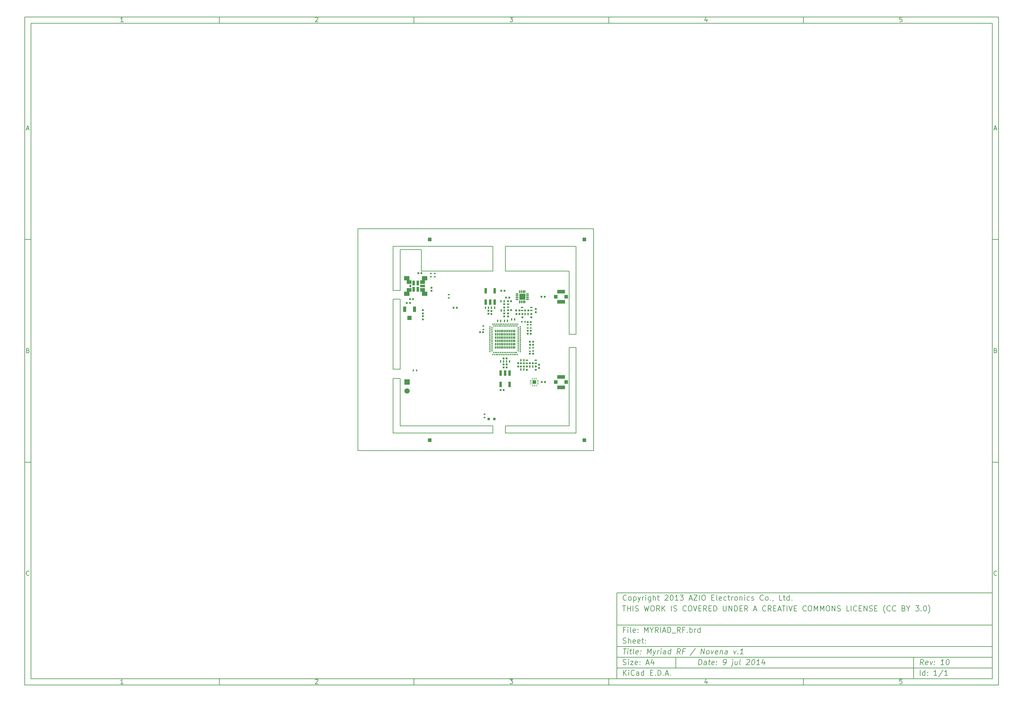
<source format=gtp>
G04 (created by PCBNEW (2013-07-07 BZR 4022)-stable) date 09/07/2014 14:33:10*
%MOIN*%
G04 Gerber Fmt 3.4, Leading zero omitted, Abs format*
%FSLAX34Y34*%
G01*
G70*
G90*
G04 APERTURE LIST*
%ADD10C,0.00590551*%
%ADD11C,0.0077*%
%ADD12R,0.0392X0.0392*%
%ADD13R,0.0195X0.0175*%
%ADD14R,0.0175X0.0195*%
%ADD15R,0.014X0.0259*%
%ADD16R,0.0259X0.014*%
%ADD17R,0.0195X0.0195*%
%ADD18R,0.0299X0.0649*%
%ADD19R,0.00984252X0.0216535*%
%ADD20R,0.0216535X0.00984252*%
%ADD21R,0.0433071X0.0433071*%
%ADD22R,0.0117X0.0275*%
%ADD23R,0.0117X0.0117*%
%ADD24R,0.0117X0.0177*%
%ADD25R,0.0177X0.0117*%
%ADD26R,0.0511811X0.0511811*%
%ADD27R,0.0354331X0.0629921*%
%ADD28R,0.0597X0.0597*%
%ADD29C,0.0597*%
%ADD30R,0.0591X0.0472*%
%ADD31R,0.0275591X0.0531496*%
%ADD32R,0.0531496X0.0393701*%
%ADD33R,0.023622X0.0275591*%
%ADD34R,0.0531496X0.0275591*%
%ADD35R,0.0314X0.0314*%
%ADD36R,0.0669X0.0669*%
%ADD37O,0.0335X0.0117*%
%ADD38O,0.0335X0.0122*%
%ADD39O,0.0335X0.0118*%
%ADD40O,0.0118X0.0335*%
%ADD41R,0.0118X0.0335*%
%ADD42O,0.0122X0.0335*%
%ADD43R,0.0393701X0.0393701*%
%ADD44R,0.0866142X0.0413386*%
G04 APERTURE END LIST*
G54D10*
X4000Y-4000D02*
X112930Y-4000D01*
X112930Y-78680D01*
X4000Y-78680D01*
X4000Y-4000D01*
X4700Y-4700D02*
X112230Y-4700D01*
X112230Y-77980D01*
X4700Y-77980D01*
X4700Y-4700D01*
X25780Y-4000D02*
X25780Y-4700D01*
X15032Y-4552D02*
X14747Y-4552D01*
X14890Y-4552D02*
X14890Y-4052D01*
X14842Y-4123D01*
X14794Y-4171D01*
X14747Y-4195D01*
X25780Y-78680D02*
X25780Y-77980D01*
X15032Y-78532D02*
X14747Y-78532D01*
X14890Y-78532D02*
X14890Y-78032D01*
X14842Y-78103D01*
X14794Y-78151D01*
X14747Y-78175D01*
X47560Y-4000D02*
X47560Y-4700D01*
X36527Y-4100D02*
X36550Y-4076D01*
X36598Y-4052D01*
X36717Y-4052D01*
X36765Y-4076D01*
X36789Y-4100D01*
X36812Y-4147D01*
X36812Y-4195D01*
X36789Y-4266D01*
X36503Y-4552D01*
X36812Y-4552D01*
X47560Y-78680D02*
X47560Y-77980D01*
X36527Y-78080D02*
X36550Y-78056D01*
X36598Y-78032D01*
X36717Y-78032D01*
X36765Y-78056D01*
X36789Y-78080D01*
X36812Y-78127D01*
X36812Y-78175D01*
X36789Y-78246D01*
X36503Y-78532D01*
X36812Y-78532D01*
X69340Y-4000D02*
X69340Y-4700D01*
X58283Y-4052D02*
X58592Y-4052D01*
X58426Y-4242D01*
X58497Y-4242D01*
X58545Y-4266D01*
X58569Y-4290D01*
X58592Y-4338D01*
X58592Y-4457D01*
X58569Y-4504D01*
X58545Y-4528D01*
X58497Y-4552D01*
X58354Y-4552D01*
X58307Y-4528D01*
X58283Y-4504D01*
X69340Y-78680D02*
X69340Y-77980D01*
X58283Y-78032D02*
X58592Y-78032D01*
X58426Y-78222D01*
X58497Y-78222D01*
X58545Y-78246D01*
X58569Y-78270D01*
X58592Y-78318D01*
X58592Y-78437D01*
X58569Y-78484D01*
X58545Y-78508D01*
X58497Y-78532D01*
X58354Y-78532D01*
X58307Y-78508D01*
X58283Y-78484D01*
X91120Y-4000D02*
X91120Y-4700D01*
X80325Y-4219D02*
X80325Y-4552D01*
X80206Y-4028D02*
X80087Y-4385D01*
X80396Y-4385D01*
X91120Y-78680D02*
X91120Y-77980D01*
X80325Y-78199D02*
X80325Y-78532D01*
X80206Y-78008D02*
X80087Y-78365D01*
X80396Y-78365D01*
X102129Y-4052D02*
X101890Y-4052D01*
X101867Y-4290D01*
X101890Y-4266D01*
X101938Y-4242D01*
X102057Y-4242D01*
X102105Y-4266D01*
X102129Y-4290D01*
X102152Y-4338D01*
X102152Y-4457D01*
X102129Y-4504D01*
X102105Y-4528D01*
X102057Y-4552D01*
X101938Y-4552D01*
X101890Y-4528D01*
X101867Y-4504D01*
X102129Y-78032D02*
X101890Y-78032D01*
X101867Y-78270D01*
X101890Y-78246D01*
X101938Y-78222D01*
X102057Y-78222D01*
X102105Y-78246D01*
X102129Y-78270D01*
X102152Y-78318D01*
X102152Y-78437D01*
X102129Y-78484D01*
X102105Y-78508D01*
X102057Y-78532D01*
X101938Y-78532D01*
X101890Y-78508D01*
X101867Y-78484D01*
X4000Y-28890D02*
X4700Y-28890D01*
X4230Y-16509D02*
X4469Y-16509D01*
X4183Y-16652D02*
X4350Y-16152D01*
X4516Y-16652D01*
X112930Y-28890D02*
X112230Y-28890D01*
X112460Y-16509D02*
X112699Y-16509D01*
X112413Y-16652D02*
X112580Y-16152D01*
X112746Y-16652D01*
X4000Y-53780D02*
X4700Y-53780D01*
X4385Y-41280D02*
X4457Y-41304D01*
X4480Y-41328D01*
X4504Y-41375D01*
X4504Y-41447D01*
X4480Y-41494D01*
X4457Y-41518D01*
X4409Y-41542D01*
X4219Y-41542D01*
X4219Y-41042D01*
X4385Y-41042D01*
X4433Y-41066D01*
X4457Y-41090D01*
X4480Y-41137D01*
X4480Y-41185D01*
X4457Y-41232D01*
X4433Y-41256D01*
X4385Y-41280D01*
X4219Y-41280D01*
X112930Y-53780D02*
X112230Y-53780D01*
X112615Y-41280D02*
X112687Y-41304D01*
X112710Y-41328D01*
X112734Y-41375D01*
X112734Y-41447D01*
X112710Y-41494D01*
X112687Y-41518D01*
X112639Y-41542D01*
X112449Y-41542D01*
X112449Y-41042D01*
X112615Y-41042D01*
X112663Y-41066D01*
X112687Y-41090D01*
X112710Y-41137D01*
X112710Y-41185D01*
X112687Y-41232D01*
X112663Y-41256D01*
X112615Y-41280D01*
X112449Y-41280D01*
X4504Y-66384D02*
X4480Y-66408D01*
X4409Y-66432D01*
X4361Y-66432D01*
X4290Y-66408D01*
X4242Y-66360D01*
X4219Y-66313D01*
X4195Y-66218D01*
X4195Y-66146D01*
X4219Y-66051D01*
X4242Y-66003D01*
X4290Y-65956D01*
X4361Y-65932D01*
X4409Y-65932D01*
X4480Y-65956D01*
X4504Y-65980D01*
X112734Y-66384D02*
X112710Y-66408D01*
X112639Y-66432D01*
X112591Y-66432D01*
X112520Y-66408D01*
X112472Y-66360D01*
X112449Y-66313D01*
X112425Y-66218D01*
X112425Y-66146D01*
X112449Y-66051D01*
X112472Y-66003D01*
X112520Y-65956D01*
X112591Y-65932D01*
X112639Y-65932D01*
X112710Y-65956D01*
X112734Y-65980D01*
X79380Y-76422D02*
X79455Y-75822D01*
X79597Y-75822D01*
X79680Y-75851D01*
X79730Y-75908D01*
X79751Y-75965D01*
X79765Y-76080D01*
X79755Y-76165D01*
X79712Y-76280D01*
X79676Y-76337D01*
X79612Y-76394D01*
X79522Y-76422D01*
X79380Y-76422D01*
X80237Y-76422D02*
X80276Y-76108D01*
X80255Y-76051D01*
X80201Y-76022D01*
X80087Y-76022D01*
X80026Y-76051D01*
X80240Y-76394D02*
X80180Y-76422D01*
X80037Y-76422D01*
X79983Y-76394D01*
X79962Y-76337D01*
X79969Y-76280D01*
X80005Y-76222D01*
X80065Y-76194D01*
X80208Y-76194D01*
X80269Y-76165D01*
X80487Y-76022D02*
X80715Y-76022D01*
X80597Y-75822D02*
X80533Y-76337D01*
X80555Y-76394D01*
X80608Y-76422D01*
X80665Y-76422D01*
X81097Y-76394D02*
X81037Y-76422D01*
X80922Y-76422D01*
X80869Y-76394D01*
X80847Y-76337D01*
X80876Y-76108D01*
X80912Y-76051D01*
X80972Y-76022D01*
X81087Y-76022D01*
X81140Y-76051D01*
X81162Y-76108D01*
X81155Y-76165D01*
X80862Y-76222D01*
X81387Y-76365D02*
X81412Y-76394D01*
X81380Y-76422D01*
X81355Y-76394D01*
X81387Y-76365D01*
X81380Y-76422D01*
X81426Y-76051D02*
X81451Y-76080D01*
X81419Y-76108D01*
X81394Y-76080D01*
X81426Y-76051D01*
X81419Y-76108D01*
X82151Y-76422D02*
X82265Y-76422D01*
X82326Y-76394D01*
X82358Y-76365D01*
X82426Y-76280D01*
X82469Y-76165D01*
X82497Y-75937D01*
X82476Y-75880D01*
X82451Y-75851D01*
X82397Y-75822D01*
X82283Y-75822D01*
X82222Y-75851D01*
X82190Y-75880D01*
X82155Y-75937D01*
X82137Y-76080D01*
X82158Y-76137D01*
X82183Y-76165D01*
X82237Y-76194D01*
X82351Y-76194D01*
X82412Y-76165D01*
X82444Y-76137D01*
X82480Y-76080D01*
X83201Y-76022D02*
X83137Y-76537D01*
X83101Y-76594D01*
X83040Y-76622D01*
X83012Y-76622D01*
X83226Y-75822D02*
X83194Y-75851D01*
X83219Y-75880D01*
X83251Y-75851D01*
X83226Y-75822D01*
X83219Y-75880D01*
X83744Y-76022D02*
X83694Y-76422D01*
X83487Y-76022D02*
X83447Y-76337D01*
X83469Y-76394D01*
X83522Y-76422D01*
X83608Y-76422D01*
X83669Y-76394D01*
X83701Y-76365D01*
X84065Y-76422D02*
X84012Y-76394D01*
X83990Y-76337D01*
X84055Y-75822D01*
X84790Y-75880D02*
X84822Y-75851D01*
X84883Y-75822D01*
X85026Y-75822D01*
X85080Y-75851D01*
X85105Y-75880D01*
X85126Y-75937D01*
X85119Y-75994D01*
X85080Y-76080D01*
X84694Y-76422D01*
X85065Y-76422D01*
X85512Y-75822D02*
X85569Y-75822D01*
X85622Y-75851D01*
X85647Y-75880D01*
X85669Y-75937D01*
X85683Y-76051D01*
X85665Y-76194D01*
X85622Y-76308D01*
X85587Y-76365D01*
X85555Y-76394D01*
X85494Y-76422D01*
X85437Y-76422D01*
X85383Y-76394D01*
X85358Y-76365D01*
X85337Y-76308D01*
X85322Y-76194D01*
X85340Y-76051D01*
X85383Y-75937D01*
X85419Y-75880D01*
X85451Y-75851D01*
X85512Y-75822D01*
X86208Y-76422D02*
X85865Y-76422D01*
X86037Y-76422D02*
X86112Y-75822D01*
X86044Y-75908D01*
X85980Y-75965D01*
X85919Y-75994D01*
X86772Y-76022D02*
X86722Y-76422D01*
X86658Y-75794D02*
X86462Y-76222D01*
X86833Y-76222D01*
X70972Y-77622D02*
X70972Y-77022D01*
X71315Y-77622D02*
X71058Y-77280D01*
X71315Y-77022D02*
X70972Y-77365D01*
X71572Y-77622D02*
X71572Y-77222D01*
X71572Y-77022D02*
X71544Y-77051D01*
X71572Y-77080D01*
X71601Y-77051D01*
X71572Y-77022D01*
X71572Y-77080D01*
X72201Y-77565D02*
X72172Y-77594D01*
X72087Y-77622D01*
X72030Y-77622D01*
X71944Y-77594D01*
X71887Y-77537D01*
X71858Y-77480D01*
X71830Y-77365D01*
X71830Y-77280D01*
X71858Y-77165D01*
X71887Y-77108D01*
X71944Y-77051D01*
X72030Y-77022D01*
X72087Y-77022D01*
X72172Y-77051D01*
X72201Y-77080D01*
X72715Y-77622D02*
X72715Y-77308D01*
X72687Y-77251D01*
X72630Y-77222D01*
X72515Y-77222D01*
X72458Y-77251D01*
X72715Y-77594D02*
X72658Y-77622D01*
X72515Y-77622D01*
X72458Y-77594D01*
X72430Y-77537D01*
X72430Y-77480D01*
X72458Y-77422D01*
X72515Y-77394D01*
X72658Y-77394D01*
X72715Y-77365D01*
X73258Y-77622D02*
X73258Y-77022D01*
X73258Y-77594D02*
X73201Y-77622D01*
X73087Y-77622D01*
X73030Y-77594D01*
X73001Y-77565D01*
X72972Y-77508D01*
X72972Y-77337D01*
X73001Y-77280D01*
X73030Y-77251D01*
X73087Y-77222D01*
X73201Y-77222D01*
X73258Y-77251D01*
X74001Y-77308D02*
X74201Y-77308D01*
X74287Y-77622D02*
X74001Y-77622D01*
X74001Y-77022D01*
X74287Y-77022D01*
X74544Y-77565D02*
X74572Y-77594D01*
X74544Y-77622D01*
X74515Y-77594D01*
X74544Y-77565D01*
X74544Y-77622D01*
X74829Y-77622D02*
X74829Y-77022D01*
X74972Y-77022D01*
X75058Y-77051D01*
X75115Y-77108D01*
X75144Y-77165D01*
X75172Y-77280D01*
X75172Y-77365D01*
X75144Y-77480D01*
X75115Y-77537D01*
X75058Y-77594D01*
X74972Y-77622D01*
X74829Y-77622D01*
X75429Y-77565D02*
X75458Y-77594D01*
X75429Y-77622D01*
X75401Y-77594D01*
X75429Y-77565D01*
X75429Y-77622D01*
X75687Y-77451D02*
X75972Y-77451D01*
X75629Y-77622D02*
X75829Y-77022D01*
X76029Y-77622D01*
X76229Y-77565D02*
X76258Y-77594D01*
X76229Y-77622D01*
X76201Y-77594D01*
X76229Y-77565D01*
X76229Y-77622D01*
X104522Y-76422D02*
X104358Y-76137D01*
X104180Y-76422D02*
X104255Y-75822D01*
X104483Y-75822D01*
X104537Y-75851D01*
X104562Y-75880D01*
X104583Y-75937D01*
X104572Y-76022D01*
X104537Y-76080D01*
X104505Y-76108D01*
X104444Y-76137D01*
X104215Y-76137D01*
X105012Y-76394D02*
X104951Y-76422D01*
X104837Y-76422D01*
X104783Y-76394D01*
X104762Y-76337D01*
X104790Y-76108D01*
X104826Y-76051D01*
X104887Y-76022D01*
X105001Y-76022D01*
X105055Y-76051D01*
X105076Y-76108D01*
X105069Y-76165D01*
X104776Y-76222D01*
X105287Y-76022D02*
X105380Y-76422D01*
X105572Y-76022D01*
X105758Y-76365D02*
X105783Y-76394D01*
X105751Y-76422D01*
X105726Y-76394D01*
X105758Y-76365D01*
X105751Y-76422D01*
X105797Y-76051D02*
X105822Y-76080D01*
X105790Y-76108D01*
X105765Y-76080D01*
X105797Y-76051D01*
X105790Y-76108D01*
X106808Y-76422D02*
X106465Y-76422D01*
X106637Y-76422D02*
X106712Y-75822D01*
X106644Y-75908D01*
X106580Y-75965D01*
X106519Y-75994D01*
X107255Y-75822D02*
X107312Y-75822D01*
X107365Y-75851D01*
X107390Y-75880D01*
X107412Y-75937D01*
X107426Y-76051D01*
X107408Y-76194D01*
X107365Y-76308D01*
X107330Y-76365D01*
X107297Y-76394D01*
X107237Y-76422D01*
X107180Y-76422D01*
X107126Y-76394D01*
X107101Y-76365D01*
X107080Y-76308D01*
X107065Y-76194D01*
X107083Y-76051D01*
X107126Y-75937D01*
X107162Y-75880D01*
X107194Y-75851D01*
X107255Y-75822D01*
X70944Y-76394D02*
X71030Y-76422D01*
X71172Y-76422D01*
X71230Y-76394D01*
X71258Y-76365D01*
X71287Y-76308D01*
X71287Y-76251D01*
X71258Y-76194D01*
X71230Y-76165D01*
X71172Y-76137D01*
X71058Y-76108D01*
X71001Y-76080D01*
X70972Y-76051D01*
X70944Y-75994D01*
X70944Y-75937D01*
X70972Y-75880D01*
X71001Y-75851D01*
X71058Y-75822D01*
X71201Y-75822D01*
X71287Y-75851D01*
X71544Y-76422D02*
X71544Y-76022D01*
X71544Y-75822D02*
X71515Y-75851D01*
X71544Y-75880D01*
X71572Y-75851D01*
X71544Y-75822D01*
X71544Y-75880D01*
X71772Y-76022D02*
X72087Y-76022D01*
X71772Y-76422D01*
X72087Y-76422D01*
X72544Y-76394D02*
X72487Y-76422D01*
X72372Y-76422D01*
X72315Y-76394D01*
X72287Y-76337D01*
X72287Y-76108D01*
X72315Y-76051D01*
X72372Y-76022D01*
X72487Y-76022D01*
X72544Y-76051D01*
X72572Y-76108D01*
X72572Y-76165D01*
X72287Y-76222D01*
X72830Y-76365D02*
X72858Y-76394D01*
X72830Y-76422D01*
X72801Y-76394D01*
X72830Y-76365D01*
X72830Y-76422D01*
X72830Y-76051D02*
X72858Y-76080D01*
X72830Y-76108D01*
X72801Y-76080D01*
X72830Y-76051D01*
X72830Y-76108D01*
X73544Y-76251D02*
X73830Y-76251D01*
X73487Y-76422D02*
X73687Y-75822D01*
X73887Y-76422D01*
X74344Y-76022D02*
X74344Y-76422D01*
X74201Y-75794D02*
X74058Y-76222D01*
X74430Y-76222D01*
X104172Y-77622D02*
X104172Y-77022D01*
X104715Y-77622D02*
X104715Y-77022D01*
X104715Y-77594D02*
X104658Y-77622D01*
X104544Y-77622D01*
X104487Y-77594D01*
X104458Y-77565D01*
X104430Y-77508D01*
X104430Y-77337D01*
X104458Y-77280D01*
X104487Y-77251D01*
X104544Y-77222D01*
X104658Y-77222D01*
X104715Y-77251D01*
X105001Y-77565D02*
X105030Y-77594D01*
X105001Y-77622D01*
X104972Y-77594D01*
X105001Y-77565D01*
X105001Y-77622D01*
X105001Y-77251D02*
X105030Y-77280D01*
X105001Y-77308D01*
X104972Y-77280D01*
X105001Y-77251D01*
X105001Y-77308D01*
X106058Y-77622D02*
X105715Y-77622D01*
X105887Y-77622D02*
X105887Y-77022D01*
X105829Y-77108D01*
X105772Y-77165D01*
X105715Y-77194D01*
X106744Y-76994D02*
X106230Y-77765D01*
X107258Y-77622D02*
X106915Y-77622D01*
X107087Y-77622D02*
X107087Y-77022D01*
X107029Y-77108D01*
X106972Y-77165D01*
X106915Y-77194D01*
X70969Y-74622D02*
X71312Y-74622D01*
X71065Y-75222D02*
X71140Y-74622D01*
X71437Y-75222D02*
X71487Y-74822D01*
X71512Y-74622D02*
X71480Y-74651D01*
X71505Y-74680D01*
X71537Y-74651D01*
X71512Y-74622D01*
X71505Y-74680D01*
X71687Y-74822D02*
X71915Y-74822D01*
X71797Y-74622D02*
X71733Y-75137D01*
X71755Y-75194D01*
X71808Y-75222D01*
X71865Y-75222D01*
X72151Y-75222D02*
X72097Y-75194D01*
X72076Y-75137D01*
X72140Y-74622D01*
X72612Y-75194D02*
X72551Y-75222D01*
X72437Y-75222D01*
X72383Y-75194D01*
X72362Y-75137D01*
X72390Y-74908D01*
X72426Y-74851D01*
X72487Y-74822D01*
X72601Y-74822D01*
X72655Y-74851D01*
X72676Y-74908D01*
X72669Y-74965D01*
X72376Y-75022D01*
X72901Y-75165D02*
X72926Y-75194D01*
X72894Y-75222D01*
X72869Y-75194D01*
X72901Y-75165D01*
X72894Y-75222D01*
X72940Y-74851D02*
X72965Y-74880D01*
X72933Y-74908D01*
X72908Y-74880D01*
X72940Y-74851D01*
X72933Y-74908D01*
X73637Y-75222D02*
X73712Y-74622D01*
X73858Y-75051D01*
X74112Y-74622D01*
X74037Y-75222D01*
X74315Y-74822D02*
X74408Y-75222D01*
X74601Y-74822D02*
X74408Y-75222D01*
X74333Y-75365D01*
X74301Y-75394D01*
X74240Y-75422D01*
X74780Y-75222D02*
X74830Y-74822D01*
X74815Y-74937D02*
X74851Y-74880D01*
X74883Y-74851D01*
X74944Y-74822D01*
X75001Y-74822D01*
X75151Y-75222D02*
X75201Y-74822D01*
X75226Y-74622D02*
X75194Y-74651D01*
X75219Y-74680D01*
X75251Y-74651D01*
X75226Y-74622D01*
X75219Y-74680D01*
X75694Y-75222D02*
X75733Y-74908D01*
X75712Y-74851D01*
X75658Y-74822D01*
X75544Y-74822D01*
X75483Y-74851D01*
X75697Y-75194D02*
X75637Y-75222D01*
X75494Y-75222D01*
X75440Y-75194D01*
X75419Y-75137D01*
X75426Y-75080D01*
X75462Y-75022D01*
X75522Y-74994D01*
X75665Y-74994D01*
X75726Y-74965D01*
X76237Y-75222D02*
X76312Y-74622D01*
X76240Y-75194D02*
X76180Y-75222D01*
X76065Y-75222D01*
X76012Y-75194D01*
X75987Y-75165D01*
X75965Y-75108D01*
X75987Y-74937D01*
X76022Y-74880D01*
X76055Y-74851D01*
X76115Y-74822D01*
X76230Y-74822D01*
X76283Y-74851D01*
X77322Y-75222D02*
X77158Y-74937D01*
X76980Y-75222D02*
X77055Y-74622D01*
X77283Y-74622D01*
X77337Y-74651D01*
X77362Y-74680D01*
X77383Y-74737D01*
X77372Y-74822D01*
X77337Y-74880D01*
X77305Y-74908D01*
X77244Y-74937D01*
X77015Y-74937D01*
X77819Y-74908D02*
X77619Y-74908D01*
X77580Y-75222D02*
X77655Y-74622D01*
X77940Y-74622D01*
X79058Y-74594D02*
X78447Y-75365D01*
X79637Y-75222D02*
X79712Y-74622D01*
X79980Y-75222D01*
X80055Y-74622D01*
X80351Y-75222D02*
X80297Y-75194D01*
X80272Y-75165D01*
X80251Y-75108D01*
X80272Y-74937D01*
X80308Y-74880D01*
X80340Y-74851D01*
X80401Y-74822D01*
X80487Y-74822D01*
X80540Y-74851D01*
X80565Y-74880D01*
X80587Y-74937D01*
X80565Y-75108D01*
X80530Y-75165D01*
X80497Y-75194D01*
X80437Y-75222D01*
X80351Y-75222D01*
X80801Y-74822D02*
X80894Y-75222D01*
X81087Y-74822D01*
X81497Y-75194D02*
X81437Y-75222D01*
X81322Y-75222D01*
X81269Y-75194D01*
X81247Y-75137D01*
X81276Y-74908D01*
X81312Y-74851D01*
X81372Y-74822D01*
X81487Y-74822D01*
X81540Y-74851D01*
X81562Y-74908D01*
X81555Y-74965D01*
X81262Y-75022D01*
X81830Y-74822D02*
X81780Y-75222D01*
X81822Y-74880D02*
X81855Y-74851D01*
X81915Y-74822D01*
X82001Y-74822D01*
X82055Y-74851D01*
X82076Y-74908D01*
X82037Y-75222D01*
X82580Y-75222D02*
X82619Y-74908D01*
X82597Y-74851D01*
X82544Y-74822D01*
X82430Y-74822D01*
X82369Y-74851D01*
X82583Y-75194D02*
X82522Y-75222D01*
X82380Y-75222D01*
X82326Y-75194D01*
X82305Y-75137D01*
X82312Y-75080D01*
X82347Y-75022D01*
X82408Y-74994D01*
X82551Y-74994D01*
X82612Y-74965D01*
X83315Y-74822D02*
X83408Y-75222D01*
X83601Y-74822D01*
X83787Y-75165D02*
X83812Y-75194D01*
X83780Y-75222D01*
X83755Y-75194D01*
X83787Y-75165D01*
X83780Y-75222D01*
X84380Y-75222D02*
X84037Y-75222D01*
X84208Y-75222D02*
X84283Y-74622D01*
X84215Y-74708D01*
X84151Y-74765D01*
X84090Y-74794D01*
X71172Y-72508D02*
X70972Y-72508D01*
X70972Y-72822D02*
X70972Y-72222D01*
X71258Y-72222D01*
X71487Y-72822D02*
X71487Y-72422D01*
X71487Y-72222D02*
X71458Y-72251D01*
X71487Y-72280D01*
X71515Y-72251D01*
X71487Y-72222D01*
X71487Y-72280D01*
X71858Y-72822D02*
X71801Y-72794D01*
X71772Y-72737D01*
X71772Y-72222D01*
X72315Y-72794D02*
X72258Y-72822D01*
X72144Y-72822D01*
X72087Y-72794D01*
X72058Y-72737D01*
X72058Y-72508D01*
X72087Y-72451D01*
X72144Y-72422D01*
X72258Y-72422D01*
X72315Y-72451D01*
X72344Y-72508D01*
X72344Y-72565D01*
X72058Y-72622D01*
X72601Y-72765D02*
X72630Y-72794D01*
X72601Y-72822D01*
X72572Y-72794D01*
X72601Y-72765D01*
X72601Y-72822D01*
X72601Y-72451D02*
X72630Y-72480D01*
X72601Y-72508D01*
X72572Y-72480D01*
X72601Y-72451D01*
X72601Y-72508D01*
X73344Y-72822D02*
X73344Y-72222D01*
X73544Y-72651D01*
X73744Y-72222D01*
X73744Y-72822D01*
X74144Y-72537D02*
X74144Y-72822D01*
X73944Y-72222D02*
X74144Y-72537D01*
X74344Y-72222D01*
X74887Y-72822D02*
X74687Y-72537D01*
X74544Y-72822D02*
X74544Y-72222D01*
X74772Y-72222D01*
X74830Y-72251D01*
X74858Y-72280D01*
X74887Y-72337D01*
X74887Y-72422D01*
X74858Y-72480D01*
X74830Y-72508D01*
X74772Y-72537D01*
X74544Y-72537D01*
X75144Y-72822D02*
X75144Y-72222D01*
X75401Y-72651D02*
X75687Y-72651D01*
X75344Y-72822D02*
X75544Y-72222D01*
X75744Y-72822D01*
X75944Y-72822D02*
X75944Y-72222D01*
X76087Y-72222D01*
X76172Y-72251D01*
X76230Y-72308D01*
X76258Y-72365D01*
X76287Y-72480D01*
X76287Y-72565D01*
X76258Y-72680D01*
X76230Y-72737D01*
X76172Y-72794D01*
X76087Y-72822D01*
X75944Y-72822D01*
X76401Y-72880D02*
X76858Y-72880D01*
X77344Y-72822D02*
X77144Y-72537D01*
X77001Y-72822D02*
X77001Y-72222D01*
X77230Y-72222D01*
X77287Y-72251D01*
X77315Y-72280D01*
X77344Y-72337D01*
X77344Y-72422D01*
X77315Y-72480D01*
X77287Y-72508D01*
X77230Y-72537D01*
X77001Y-72537D01*
X77801Y-72508D02*
X77601Y-72508D01*
X77601Y-72822D02*
X77601Y-72222D01*
X77887Y-72222D01*
X78115Y-72765D02*
X78144Y-72794D01*
X78115Y-72822D01*
X78087Y-72794D01*
X78115Y-72765D01*
X78115Y-72822D01*
X78401Y-72822D02*
X78401Y-72222D01*
X78401Y-72451D02*
X78458Y-72422D01*
X78572Y-72422D01*
X78630Y-72451D01*
X78658Y-72480D01*
X78687Y-72537D01*
X78687Y-72708D01*
X78658Y-72765D01*
X78630Y-72794D01*
X78572Y-72822D01*
X78458Y-72822D01*
X78401Y-72794D01*
X78944Y-72822D02*
X78944Y-72422D01*
X78944Y-72537D02*
X78972Y-72480D01*
X79001Y-72451D01*
X79058Y-72422D01*
X79115Y-72422D01*
X79572Y-72822D02*
X79572Y-72222D01*
X79572Y-72794D02*
X79515Y-72822D01*
X79401Y-72822D01*
X79344Y-72794D01*
X79315Y-72765D01*
X79287Y-72708D01*
X79287Y-72537D01*
X79315Y-72480D01*
X79344Y-72451D01*
X79401Y-72422D01*
X79515Y-72422D01*
X79572Y-72451D01*
X70944Y-73994D02*
X71030Y-74022D01*
X71172Y-74022D01*
X71230Y-73994D01*
X71258Y-73965D01*
X71287Y-73908D01*
X71287Y-73851D01*
X71258Y-73794D01*
X71230Y-73765D01*
X71172Y-73737D01*
X71058Y-73708D01*
X71001Y-73680D01*
X70972Y-73651D01*
X70944Y-73594D01*
X70944Y-73537D01*
X70972Y-73480D01*
X71001Y-73451D01*
X71058Y-73422D01*
X71201Y-73422D01*
X71287Y-73451D01*
X71544Y-74022D02*
X71544Y-73422D01*
X71801Y-74022D02*
X71801Y-73708D01*
X71772Y-73651D01*
X71715Y-73622D01*
X71630Y-73622D01*
X71572Y-73651D01*
X71544Y-73680D01*
X72315Y-73994D02*
X72258Y-74022D01*
X72144Y-74022D01*
X72087Y-73994D01*
X72058Y-73937D01*
X72058Y-73708D01*
X72087Y-73651D01*
X72144Y-73622D01*
X72258Y-73622D01*
X72315Y-73651D01*
X72344Y-73708D01*
X72344Y-73765D01*
X72058Y-73822D01*
X72830Y-73994D02*
X72772Y-74022D01*
X72658Y-74022D01*
X72601Y-73994D01*
X72572Y-73937D01*
X72572Y-73708D01*
X72601Y-73651D01*
X72658Y-73622D01*
X72772Y-73622D01*
X72830Y-73651D01*
X72858Y-73708D01*
X72858Y-73765D01*
X72572Y-73822D01*
X73030Y-73622D02*
X73258Y-73622D01*
X73115Y-73422D02*
X73115Y-73937D01*
X73144Y-73994D01*
X73201Y-74022D01*
X73258Y-74022D01*
X73458Y-73965D02*
X73487Y-73994D01*
X73458Y-74022D01*
X73430Y-73994D01*
X73458Y-73965D01*
X73458Y-74022D01*
X73458Y-73651D02*
X73487Y-73680D01*
X73458Y-73708D01*
X73430Y-73680D01*
X73458Y-73651D01*
X73458Y-73708D01*
X70887Y-69822D02*
X71230Y-69822D01*
X71058Y-70422D02*
X71058Y-69822D01*
X71430Y-70422D02*
X71430Y-69822D01*
X71430Y-70108D02*
X71772Y-70108D01*
X71772Y-70422D02*
X71772Y-69822D01*
X72058Y-70422D02*
X72058Y-69822D01*
X72315Y-70394D02*
X72401Y-70422D01*
X72544Y-70422D01*
X72601Y-70394D01*
X72629Y-70365D01*
X72658Y-70308D01*
X72658Y-70251D01*
X72629Y-70194D01*
X72601Y-70165D01*
X72544Y-70137D01*
X72429Y-70108D01*
X72372Y-70080D01*
X72344Y-70051D01*
X72315Y-69994D01*
X72315Y-69937D01*
X72344Y-69880D01*
X72372Y-69851D01*
X72429Y-69822D01*
X72572Y-69822D01*
X72658Y-69851D01*
X73315Y-69822D02*
X73458Y-70422D01*
X73572Y-69994D01*
X73687Y-70422D01*
X73830Y-69822D01*
X74172Y-69822D02*
X74287Y-69822D01*
X74344Y-69851D01*
X74401Y-69908D01*
X74430Y-70022D01*
X74430Y-70222D01*
X74401Y-70337D01*
X74344Y-70394D01*
X74287Y-70422D01*
X74172Y-70422D01*
X74115Y-70394D01*
X74058Y-70337D01*
X74030Y-70222D01*
X74030Y-70022D01*
X74058Y-69908D01*
X74115Y-69851D01*
X74172Y-69822D01*
X75029Y-70422D02*
X74829Y-70137D01*
X74687Y-70422D02*
X74687Y-69822D01*
X74915Y-69822D01*
X74972Y-69851D01*
X75001Y-69880D01*
X75029Y-69937D01*
X75029Y-70022D01*
X75001Y-70080D01*
X74972Y-70108D01*
X74915Y-70137D01*
X74687Y-70137D01*
X75287Y-70422D02*
X75287Y-69822D01*
X75629Y-70422D02*
X75372Y-70080D01*
X75629Y-69822D02*
X75287Y-70165D01*
X76344Y-70422D02*
X76344Y-69822D01*
X76601Y-70394D02*
X76687Y-70422D01*
X76829Y-70422D01*
X76887Y-70394D01*
X76915Y-70365D01*
X76944Y-70308D01*
X76944Y-70251D01*
X76915Y-70194D01*
X76887Y-70165D01*
X76829Y-70137D01*
X76715Y-70108D01*
X76658Y-70080D01*
X76629Y-70051D01*
X76601Y-69994D01*
X76601Y-69937D01*
X76629Y-69880D01*
X76658Y-69851D01*
X76715Y-69822D01*
X76858Y-69822D01*
X76944Y-69851D01*
X78001Y-70365D02*
X77972Y-70394D01*
X77887Y-70422D01*
X77830Y-70422D01*
X77744Y-70394D01*
X77687Y-70337D01*
X77658Y-70280D01*
X77630Y-70165D01*
X77630Y-70080D01*
X77658Y-69965D01*
X77687Y-69908D01*
X77744Y-69851D01*
X77830Y-69822D01*
X77887Y-69822D01*
X77972Y-69851D01*
X78001Y-69880D01*
X78372Y-69822D02*
X78487Y-69822D01*
X78544Y-69851D01*
X78601Y-69908D01*
X78630Y-70022D01*
X78630Y-70222D01*
X78601Y-70337D01*
X78544Y-70394D01*
X78487Y-70422D01*
X78372Y-70422D01*
X78315Y-70394D01*
X78258Y-70337D01*
X78230Y-70222D01*
X78230Y-70022D01*
X78258Y-69908D01*
X78315Y-69851D01*
X78372Y-69822D01*
X78801Y-69822D02*
X79001Y-70422D01*
X79201Y-69822D01*
X79401Y-70108D02*
X79601Y-70108D01*
X79687Y-70422D02*
X79401Y-70422D01*
X79401Y-69822D01*
X79687Y-69822D01*
X80287Y-70422D02*
X80087Y-70137D01*
X79944Y-70422D02*
X79944Y-69822D01*
X80172Y-69822D01*
X80229Y-69851D01*
X80258Y-69880D01*
X80287Y-69937D01*
X80287Y-70022D01*
X80258Y-70080D01*
X80229Y-70108D01*
X80172Y-70137D01*
X79944Y-70137D01*
X80544Y-70108D02*
X80744Y-70108D01*
X80829Y-70422D02*
X80544Y-70422D01*
X80544Y-69822D01*
X80829Y-69822D01*
X81087Y-70422D02*
X81087Y-69822D01*
X81229Y-69822D01*
X81315Y-69851D01*
X81372Y-69908D01*
X81401Y-69965D01*
X81429Y-70080D01*
X81429Y-70165D01*
X81401Y-70280D01*
X81372Y-70337D01*
X81315Y-70394D01*
X81229Y-70422D01*
X81087Y-70422D01*
X82144Y-69822D02*
X82144Y-70308D01*
X82172Y-70365D01*
X82201Y-70394D01*
X82258Y-70422D01*
X82372Y-70422D01*
X82429Y-70394D01*
X82458Y-70365D01*
X82487Y-70308D01*
X82487Y-69822D01*
X82772Y-70422D02*
X82772Y-69822D01*
X83115Y-70422D01*
X83115Y-69822D01*
X83401Y-70422D02*
X83401Y-69822D01*
X83544Y-69822D01*
X83629Y-69851D01*
X83687Y-69908D01*
X83715Y-69965D01*
X83744Y-70080D01*
X83744Y-70165D01*
X83715Y-70280D01*
X83687Y-70337D01*
X83629Y-70394D01*
X83544Y-70422D01*
X83401Y-70422D01*
X84001Y-70108D02*
X84201Y-70108D01*
X84287Y-70422D02*
X84001Y-70422D01*
X84001Y-69822D01*
X84287Y-69822D01*
X84887Y-70422D02*
X84687Y-70137D01*
X84544Y-70422D02*
X84544Y-69822D01*
X84772Y-69822D01*
X84829Y-69851D01*
X84858Y-69880D01*
X84887Y-69937D01*
X84887Y-70022D01*
X84858Y-70080D01*
X84829Y-70108D01*
X84772Y-70137D01*
X84544Y-70137D01*
X85572Y-70251D02*
X85858Y-70251D01*
X85515Y-70422D02*
X85715Y-69822D01*
X85915Y-70422D01*
X86915Y-70365D02*
X86887Y-70394D01*
X86801Y-70422D01*
X86744Y-70422D01*
X86658Y-70394D01*
X86601Y-70337D01*
X86572Y-70280D01*
X86544Y-70165D01*
X86544Y-70080D01*
X86572Y-69965D01*
X86601Y-69908D01*
X86658Y-69851D01*
X86744Y-69822D01*
X86801Y-69822D01*
X86887Y-69851D01*
X86915Y-69880D01*
X87515Y-70422D02*
X87315Y-70137D01*
X87172Y-70422D02*
X87172Y-69822D01*
X87401Y-69822D01*
X87458Y-69851D01*
X87487Y-69880D01*
X87515Y-69937D01*
X87515Y-70022D01*
X87487Y-70080D01*
X87458Y-70108D01*
X87401Y-70137D01*
X87172Y-70137D01*
X87772Y-70108D02*
X87972Y-70108D01*
X88058Y-70422D02*
X87772Y-70422D01*
X87772Y-69822D01*
X88058Y-69822D01*
X88287Y-70251D02*
X88572Y-70251D01*
X88229Y-70422D02*
X88429Y-69822D01*
X88629Y-70422D01*
X88744Y-69822D02*
X89087Y-69822D01*
X88915Y-70422D02*
X88915Y-69822D01*
X89287Y-70422D02*
X89287Y-69822D01*
X89487Y-69822D02*
X89687Y-70422D01*
X89887Y-69822D01*
X90087Y-70108D02*
X90287Y-70108D01*
X90372Y-70422D02*
X90087Y-70422D01*
X90087Y-69822D01*
X90372Y-69822D01*
X91429Y-70365D02*
X91401Y-70394D01*
X91315Y-70422D01*
X91258Y-70422D01*
X91172Y-70394D01*
X91115Y-70337D01*
X91087Y-70280D01*
X91058Y-70165D01*
X91058Y-70080D01*
X91087Y-69965D01*
X91115Y-69908D01*
X91172Y-69851D01*
X91258Y-69822D01*
X91315Y-69822D01*
X91401Y-69851D01*
X91429Y-69880D01*
X91801Y-69822D02*
X91915Y-69822D01*
X91972Y-69851D01*
X92029Y-69908D01*
X92058Y-70022D01*
X92058Y-70222D01*
X92029Y-70337D01*
X91972Y-70394D01*
X91915Y-70422D01*
X91801Y-70422D01*
X91744Y-70394D01*
X91687Y-70337D01*
X91658Y-70222D01*
X91658Y-70022D01*
X91687Y-69908D01*
X91744Y-69851D01*
X91801Y-69822D01*
X92315Y-70422D02*
X92315Y-69822D01*
X92515Y-70251D01*
X92715Y-69822D01*
X92715Y-70422D01*
X93001Y-70422D02*
X93001Y-69822D01*
X93201Y-70251D01*
X93401Y-69822D01*
X93401Y-70422D01*
X93801Y-69822D02*
X93915Y-69822D01*
X93972Y-69851D01*
X94029Y-69908D01*
X94058Y-70022D01*
X94058Y-70222D01*
X94029Y-70337D01*
X93972Y-70394D01*
X93915Y-70422D01*
X93801Y-70422D01*
X93744Y-70394D01*
X93687Y-70337D01*
X93658Y-70222D01*
X93658Y-70022D01*
X93687Y-69908D01*
X93744Y-69851D01*
X93801Y-69822D01*
X94315Y-70422D02*
X94315Y-69822D01*
X94658Y-70422D01*
X94658Y-69822D01*
X94915Y-70394D02*
X95001Y-70422D01*
X95144Y-70422D01*
X95201Y-70394D01*
X95229Y-70365D01*
X95258Y-70308D01*
X95258Y-70251D01*
X95229Y-70194D01*
X95201Y-70165D01*
X95144Y-70137D01*
X95029Y-70108D01*
X94972Y-70080D01*
X94944Y-70051D01*
X94915Y-69994D01*
X94915Y-69937D01*
X94944Y-69880D01*
X94972Y-69851D01*
X95029Y-69822D01*
X95172Y-69822D01*
X95258Y-69851D01*
X96258Y-70422D02*
X95972Y-70422D01*
X95972Y-69822D01*
X96458Y-70422D02*
X96458Y-69822D01*
X97087Y-70365D02*
X97058Y-70394D01*
X96972Y-70422D01*
X96915Y-70422D01*
X96829Y-70394D01*
X96772Y-70337D01*
X96744Y-70280D01*
X96715Y-70165D01*
X96715Y-70080D01*
X96744Y-69965D01*
X96772Y-69908D01*
X96829Y-69851D01*
X96915Y-69822D01*
X96972Y-69822D01*
X97058Y-69851D01*
X97087Y-69880D01*
X97344Y-70108D02*
X97544Y-70108D01*
X97629Y-70422D02*
X97344Y-70422D01*
X97344Y-69822D01*
X97629Y-69822D01*
X97887Y-70422D02*
X97887Y-69822D01*
X98229Y-70422D01*
X98229Y-69822D01*
X98487Y-70394D02*
X98572Y-70422D01*
X98715Y-70422D01*
X98772Y-70394D01*
X98801Y-70365D01*
X98829Y-70308D01*
X98829Y-70251D01*
X98801Y-70194D01*
X98772Y-70165D01*
X98715Y-70137D01*
X98601Y-70108D01*
X98544Y-70080D01*
X98515Y-70051D01*
X98487Y-69994D01*
X98487Y-69937D01*
X98515Y-69880D01*
X98544Y-69851D01*
X98601Y-69822D01*
X98744Y-69822D01*
X98829Y-69851D01*
X99087Y-70108D02*
X99287Y-70108D01*
X99372Y-70422D02*
X99087Y-70422D01*
X99087Y-69822D01*
X99372Y-69822D01*
X100258Y-70651D02*
X100229Y-70622D01*
X100172Y-70537D01*
X100144Y-70480D01*
X100115Y-70394D01*
X100087Y-70251D01*
X100087Y-70137D01*
X100115Y-69994D01*
X100144Y-69908D01*
X100172Y-69851D01*
X100229Y-69765D01*
X100258Y-69737D01*
X100829Y-70365D02*
X100801Y-70394D01*
X100715Y-70422D01*
X100658Y-70422D01*
X100572Y-70394D01*
X100515Y-70337D01*
X100487Y-70280D01*
X100458Y-70165D01*
X100458Y-70080D01*
X100487Y-69965D01*
X100515Y-69908D01*
X100572Y-69851D01*
X100658Y-69822D01*
X100715Y-69822D01*
X100801Y-69851D01*
X100829Y-69880D01*
X101429Y-70365D02*
X101401Y-70394D01*
X101315Y-70422D01*
X101258Y-70422D01*
X101172Y-70394D01*
X101115Y-70337D01*
X101087Y-70280D01*
X101058Y-70165D01*
X101058Y-70080D01*
X101087Y-69965D01*
X101115Y-69908D01*
X101172Y-69851D01*
X101258Y-69822D01*
X101315Y-69822D01*
X101401Y-69851D01*
X101429Y-69880D01*
X102344Y-70108D02*
X102429Y-70137D01*
X102458Y-70165D01*
X102487Y-70222D01*
X102487Y-70308D01*
X102458Y-70365D01*
X102429Y-70394D01*
X102372Y-70422D01*
X102144Y-70422D01*
X102144Y-69822D01*
X102344Y-69822D01*
X102401Y-69851D01*
X102429Y-69880D01*
X102458Y-69937D01*
X102458Y-69994D01*
X102429Y-70051D01*
X102401Y-70080D01*
X102344Y-70108D01*
X102144Y-70108D01*
X102858Y-70137D02*
X102858Y-70422D01*
X102658Y-69822D02*
X102858Y-70137D01*
X103058Y-69822D01*
X103658Y-69822D02*
X104029Y-69822D01*
X103829Y-70051D01*
X103915Y-70051D01*
X103972Y-70080D01*
X104001Y-70108D01*
X104029Y-70165D01*
X104029Y-70308D01*
X104001Y-70365D01*
X103972Y-70394D01*
X103915Y-70422D01*
X103744Y-70422D01*
X103687Y-70394D01*
X103658Y-70365D01*
X104287Y-70365D02*
X104315Y-70394D01*
X104287Y-70422D01*
X104258Y-70394D01*
X104287Y-70365D01*
X104287Y-70422D01*
X104687Y-69822D02*
X104744Y-69822D01*
X104801Y-69851D01*
X104829Y-69880D01*
X104858Y-69937D01*
X104887Y-70051D01*
X104887Y-70194D01*
X104858Y-70308D01*
X104829Y-70365D01*
X104801Y-70394D01*
X104744Y-70422D01*
X104687Y-70422D01*
X104629Y-70394D01*
X104601Y-70365D01*
X104572Y-70308D01*
X104544Y-70194D01*
X104544Y-70051D01*
X104572Y-69937D01*
X104601Y-69880D01*
X104629Y-69851D01*
X104687Y-69822D01*
X105087Y-70651D02*
X105115Y-70622D01*
X105172Y-70537D01*
X105201Y-70480D01*
X105229Y-70394D01*
X105258Y-70251D01*
X105258Y-70137D01*
X105229Y-69994D01*
X105201Y-69908D01*
X105172Y-69851D01*
X105115Y-69765D01*
X105087Y-69737D01*
X71315Y-69165D02*
X71287Y-69194D01*
X71201Y-69222D01*
X71144Y-69222D01*
X71058Y-69194D01*
X71001Y-69137D01*
X70972Y-69080D01*
X70944Y-68965D01*
X70944Y-68880D01*
X70972Y-68765D01*
X71001Y-68708D01*
X71058Y-68651D01*
X71144Y-68622D01*
X71201Y-68622D01*
X71287Y-68651D01*
X71315Y-68680D01*
X71658Y-69222D02*
X71601Y-69194D01*
X71572Y-69165D01*
X71544Y-69108D01*
X71544Y-68937D01*
X71572Y-68880D01*
X71601Y-68851D01*
X71658Y-68822D01*
X71744Y-68822D01*
X71801Y-68851D01*
X71830Y-68880D01*
X71858Y-68937D01*
X71858Y-69108D01*
X71830Y-69165D01*
X71801Y-69194D01*
X71744Y-69222D01*
X71658Y-69222D01*
X72115Y-68822D02*
X72115Y-69422D01*
X72115Y-68851D02*
X72172Y-68822D01*
X72287Y-68822D01*
X72344Y-68851D01*
X72372Y-68880D01*
X72401Y-68937D01*
X72401Y-69108D01*
X72372Y-69165D01*
X72344Y-69194D01*
X72287Y-69222D01*
X72172Y-69222D01*
X72115Y-69194D01*
X72601Y-68822D02*
X72744Y-69222D01*
X72887Y-68822D02*
X72744Y-69222D01*
X72687Y-69365D01*
X72658Y-69394D01*
X72601Y-69422D01*
X73115Y-69222D02*
X73115Y-68822D01*
X73115Y-68937D02*
X73144Y-68880D01*
X73172Y-68851D01*
X73230Y-68822D01*
X73287Y-68822D01*
X73487Y-69222D02*
X73487Y-68822D01*
X73487Y-68622D02*
X73458Y-68651D01*
X73487Y-68680D01*
X73515Y-68651D01*
X73487Y-68622D01*
X73487Y-68680D01*
X74030Y-68822D02*
X74030Y-69308D01*
X74001Y-69365D01*
X73972Y-69394D01*
X73915Y-69422D01*
X73830Y-69422D01*
X73772Y-69394D01*
X74030Y-69194D02*
X73972Y-69222D01*
X73858Y-69222D01*
X73801Y-69194D01*
X73772Y-69165D01*
X73744Y-69108D01*
X73744Y-68937D01*
X73772Y-68880D01*
X73801Y-68851D01*
X73858Y-68822D01*
X73972Y-68822D01*
X74030Y-68851D01*
X74315Y-69222D02*
X74315Y-68622D01*
X74572Y-69222D02*
X74572Y-68908D01*
X74544Y-68851D01*
X74487Y-68822D01*
X74401Y-68822D01*
X74344Y-68851D01*
X74315Y-68880D01*
X74772Y-68822D02*
X75001Y-68822D01*
X74858Y-68622D02*
X74858Y-69137D01*
X74887Y-69194D01*
X74944Y-69222D01*
X75001Y-69222D01*
X75630Y-68680D02*
X75658Y-68651D01*
X75715Y-68622D01*
X75858Y-68622D01*
X75915Y-68651D01*
X75944Y-68680D01*
X75972Y-68737D01*
X75972Y-68794D01*
X75944Y-68880D01*
X75601Y-69222D01*
X75972Y-69222D01*
X76344Y-68622D02*
X76401Y-68622D01*
X76458Y-68651D01*
X76487Y-68680D01*
X76515Y-68737D01*
X76544Y-68851D01*
X76544Y-68994D01*
X76515Y-69108D01*
X76487Y-69165D01*
X76458Y-69194D01*
X76401Y-69222D01*
X76344Y-69222D01*
X76287Y-69194D01*
X76258Y-69165D01*
X76230Y-69108D01*
X76201Y-68994D01*
X76201Y-68851D01*
X76230Y-68737D01*
X76258Y-68680D01*
X76287Y-68651D01*
X76344Y-68622D01*
X77115Y-69222D02*
X76772Y-69222D01*
X76944Y-69222D02*
X76944Y-68622D01*
X76887Y-68708D01*
X76830Y-68765D01*
X76772Y-68794D01*
X77315Y-68622D02*
X77687Y-68622D01*
X77487Y-68851D01*
X77572Y-68851D01*
X77630Y-68880D01*
X77658Y-68908D01*
X77687Y-68965D01*
X77687Y-69108D01*
X77658Y-69165D01*
X77630Y-69194D01*
X77572Y-69222D01*
X77401Y-69222D01*
X77344Y-69194D01*
X77315Y-69165D01*
X78372Y-69051D02*
X78658Y-69051D01*
X78315Y-69222D02*
X78515Y-68622D01*
X78715Y-69222D01*
X78858Y-68622D02*
X79258Y-68622D01*
X78858Y-69222D01*
X79258Y-69222D01*
X79487Y-69222D02*
X79487Y-68622D01*
X79887Y-68622D02*
X80001Y-68622D01*
X80058Y-68651D01*
X80115Y-68708D01*
X80144Y-68822D01*
X80144Y-69022D01*
X80115Y-69137D01*
X80058Y-69194D01*
X80001Y-69222D01*
X79887Y-69222D01*
X79830Y-69194D01*
X79772Y-69137D01*
X79744Y-69022D01*
X79744Y-68822D01*
X79772Y-68708D01*
X79830Y-68651D01*
X79887Y-68622D01*
X80858Y-68908D02*
X81058Y-68908D01*
X81144Y-69222D02*
X80858Y-69222D01*
X80858Y-68622D01*
X81144Y-68622D01*
X81487Y-69222D02*
X81430Y-69194D01*
X81401Y-69137D01*
X81401Y-68622D01*
X81944Y-69194D02*
X81887Y-69222D01*
X81772Y-69222D01*
X81715Y-69194D01*
X81687Y-69137D01*
X81687Y-68908D01*
X81715Y-68851D01*
X81772Y-68822D01*
X81887Y-68822D01*
X81944Y-68851D01*
X81972Y-68908D01*
X81972Y-68965D01*
X81687Y-69022D01*
X82487Y-69194D02*
X82430Y-69222D01*
X82315Y-69222D01*
X82258Y-69194D01*
X82230Y-69165D01*
X82201Y-69108D01*
X82201Y-68937D01*
X82230Y-68880D01*
X82258Y-68851D01*
X82315Y-68822D01*
X82430Y-68822D01*
X82487Y-68851D01*
X82658Y-68822D02*
X82887Y-68822D01*
X82744Y-68622D02*
X82744Y-69137D01*
X82772Y-69194D01*
X82830Y-69222D01*
X82887Y-69222D01*
X83087Y-69222D02*
X83087Y-68822D01*
X83087Y-68937D02*
X83115Y-68880D01*
X83144Y-68851D01*
X83201Y-68822D01*
X83258Y-68822D01*
X83544Y-69222D02*
X83487Y-69194D01*
X83458Y-69165D01*
X83430Y-69108D01*
X83430Y-68937D01*
X83458Y-68880D01*
X83487Y-68851D01*
X83544Y-68822D01*
X83630Y-68822D01*
X83687Y-68851D01*
X83715Y-68880D01*
X83744Y-68937D01*
X83744Y-69108D01*
X83715Y-69165D01*
X83687Y-69194D01*
X83630Y-69222D01*
X83544Y-69222D01*
X84001Y-68822D02*
X84001Y-69222D01*
X84001Y-68880D02*
X84030Y-68851D01*
X84087Y-68822D01*
X84172Y-68822D01*
X84230Y-68851D01*
X84258Y-68908D01*
X84258Y-69222D01*
X84544Y-69222D02*
X84544Y-68822D01*
X84544Y-68622D02*
X84515Y-68651D01*
X84544Y-68680D01*
X84572Y-68651D01*
X84544Y-68622D01*
X84544Y-68680D01*
X85087Y-69194D02*
X85030Y-69222D01*
X84915Y-69222D01*
X84858Y-69194D01*
X84830Y-69165D01*
X84801Y-69108D01*
X84801Y-68937D01*
X84830Y-68880D01*
X84858Y-68851D01*
X84915Y-68822D01*
X85030Y-68822D01*
X85087Y-68851D01*
X85315Y-69194D02*
X85372Y-69222D01*
X85487Y-69222D01*
X85544Y-69194D01*
X85572Y-69137D01*
X85572Y-69108D01*
X85544Y-69051D01*
X85487Y-69022D01*
X85401Y-69022D01*
X85344Y-68994D01*
X85315Y-68937D01*
X85315Y-68908D01*
X85344Y-68851D01*
X85401Y-68822D01*
X85487Y-68822D01*
X85544Y-68851D01*
X86630Y-69165D02*
X86601Y-69194D01*
X86515Y-69222D01*
X86458Y-69222D01*
X86372Y-69194D01*
X86315Y-69137D01*
X86287Y-69080D01*
X86258Y-68965D01*
X86258Y-68880D01*
X86287Y-68765D01*
X86315Y-68708D01*
X86372Y-68651D01*
X86458Y-68622D01*
X86515Y-68622D01*
X86601Y-68651D01*
X86630Y-68680D01*
X86972Y-69222D02*
X86915Y-69194D01*
X86887Y-69165D01*
X86858Y-69108D01*
X86858Y-68937D01*
X86887Y-68880D01*
X86915Y-68851D01*
X86972Y-68822D01*
X87058Y-68822D01*
X87115Y-68851D01*
X87144Y-68880D01*
X87172Y-68937D01*
X87172Y-69108D01*
X87144Y-69165D01*
X87115Y-69194D01*
X87058Y-69222D01*
X86972Y-69222D01*
X87430Y-69165D02*
X87458Y-69194D01*
X87430Y-69222D01*
X87401Y-69194D01*
X87430Y-69165D01*
X87430Y-69222D01*
X87744Y-69194D02*
X87744Y-69222D01*
X87715Y-69280D01*
X87687Y-69308D01*
X88744Y-69222D02*
X88458Y-69222D01*
X88458Y-68622D01*
X88858Y-68822D02*
X89087Y-68822D01*
X88944Y-68622D02*
X88944Y-69137D01*
X88972Y-69194D01*
X89030Y-69222D01*
X89087Y-69222D01*
X89544Y-69222D02*
X89544Y-68622D01*
X89544Y-69194D02*
X89487Y-69222D01*
X89372Y-69222D01*
X89315Y-69194D01*
X89287Y-69165D01*
X89258Y-69108D01*
X89258Y-68937D01*
X89287Y-68880D01*
X89315Y-68851D01*
X89372Y-68822D01*
X89487Y-68822D01*
X89544Y-68851D01*
X89830Y-69165D02*
X89858Y-69194D01*
X89830Y-69222D01*
X89801Y-69194D01*
X89830Y-69165D01*
X89830Y-69222D01*
X70230Y-68380D02*
X70230Y-77980D01*
X70230Y-71980D02*
X112230Y-71980D01*
X70230Y-68380D02*
X112230Y-68380D01*
X70230Y-74380D02*
X112230Y-74380D01*
X103430Y-75580D02*
X103430Y-77980D01*
X70230Y-76780D02*
X112230Y-76780D01*
X70230Y-75580D02*
X112230Y-75580D01*
X76830Y-75580D02*
X76830Y-76780D01*
G54D11*
X46007Y-30019D02*
X48370Y-30019D01*
X48370Y-30019D02*
X48370Y-32401D01*
X48370Y-32401D02*
X56384Y-32401D01*
X46007Y-30019D02*
X46007Y-34570D01*
X41283Y-52483D02*
X41283Y-27680D01*
X67661Y-52483D02*
X41283Y-52483D01*
X67661Y-27680D02*
X67661Y-52483D01*
X41283Y-27680D02*
X67661Y-27680D01*
X64905Y-32401D02*
X64905Y-39492D01*
X57764Y-32401D02*
X64905Y-32401D01*
X57764Y-32401D02*
X57764Y-29648D01*
X65692Y-29650D02*
X57764Y-29650D01*
X65692Y-39492D02*
X65692Y-29650D01*
X64905Y-39492D02*
X65692Y-39492D01*
X57764Y-50515D02*
X57764Y-49728D01*
X65692Y-50515D02*
X57764Y-50515D01*
X65692Y-40948D02*
X65692Y-50515D01*
X64905Y-40948D02*
X65692Y-40948D01*
X64905Y-49728D02*
X64905Y-40948D01*
X57764Y-49728D02*
X64905Y-49728D01*
X45220Y-50515D02*
X45220Y-44413D01*
X56386Y-50515D02*
X45220Y-50515D01*
X56386Y-49728D02*
X56386Y-50515D01*
X46007Y-49728D02*
X56386Y-49728D01*
X46007Y-44413D02*
X46007Y-49728D01*
X46007Y-44413D02*
X45220Y-44413D01*
X45220Y-43390D02*
X45220Y-35555D01*
X46007Y-43390D02*
X45220Y-43390D01*
X46007Y-35555D02*
X46007Y-43390D01*
X46007Y-35555D02*
X45220Y-35555D01*
X46007Y-34570D02*
X45220Y-34570D01*
X45220Y-29648D02*
X45220Y-34570D01*
X45220Y-29648D02*
X56384Y-29648D01*
X56384Y-32401D02*
X56384Y-29648D01*
G54D12*
X49299Y-51303D03*
X66622Y-51303D03*
X66621Y-28862D03*
X49299Y-28862D03*
G54D13*
X49448Y-32689D03*
X49448Y-33059D03*
X49881Y-32689D03*
X49881Y-33059D03*
X51445Y-35036D03*
X51445Y-35406D03*
X60516Y-41366D03*
X60516Y-40996D03*
X55299Y-38559D03*
X55299Y-38929D03*
X60882Y-40980D03*
X60882Y-41350D03*
X60618Y-38784D03*
X60618Y-38414D03*
X60264Y-38402D03*
X60264Y-38772D03*
G54D14*
X59618Y-38094D03*
X59988Y-38094D03*
G54D15*
X59851Y-43397D03*
X59511Y-43397D03*
G54D16*
X58070Y-36113D03*
X58070Y-36453D03*
G54D15*
X59843Y-42393D03*
X59503Y-42393D03*
G54D16*
X60688Y-36811D03*
X60688Y-36471D03*
G54D15*
X57638Y-36799D03*
X57298Y-36799D03*
G54D16*
X59653Y-36811D03*
X59653Y-36471D03*
G54D15*
X57634Y-35783D03*
X57294Y-35783D03*
X58811Y-37795D03*
X58471Y-37795D03*
X60327Y-37208D03*
X59987Y-37208D03*
X58260Y-42511D03*
X57920Y-42511D03*
X57231Y-42503D03*
X57571Y-42503D03*
G54D16*
X61173Y-42713D03*
X61173Y-42373D03*
G54D15*
X60843Y-43082D03*
X60503Y-43082D03*
G54D16*
X60177Y-42721D03*
X60177Y-42381D03*
G54D15*
X57237Y-37984D03*
X56897Y-37984D03*
X56568Y-36500D03*
X56228Y-36500D03*
X55550Y-36496D03*
X55890Y-36496D03*
X58020Y-37976D03*
X57680Y-37976D03*
G54D17*
X61173Y-37003D03*
X61173Y-36649D03*
X61547Y-42893D03*
X61547Y-43247D03*
X61173Y-43082D03*
X61173Y-43436D03*
X60500Y-42712D03*
X60854Y-42712D03*
X60185Y-43082D03*
X60185Y-43436D03*
X59500Y-43084D03*
X59854Y-43084D03*
X59500Y-42720D03*
X59854Y-42720D03*
X59201Y-43078D03*
X59201Y-42724D03*
X59673Y-37208D03*
X59673Y-37562D03*
X57232Y-45704D03*
X57586Y-45704D03*
X57854Y-35377D03*
X58208Y-35377D03*
X57921Y-42830D03*
X57921Y-43184D03*
X57570Y-42830D03*
X57570Y-43184D03*
X57567Y-42181D03*
X57921Y-42181D03*
X58996Y-37204D03*
X59350Y-37204D03*
X60688Y-37208D03*
X60688Y-37562D03*
X59984Y-36811D03*
X60338Y-36811D03*
X57637Y-36472D03*
X57637Y-36118D03*
X51976Y-36496D03*
X52330Y-36496D03*
X58071Y-35787D03*
X58425Y-35787D03*
X58070Y-37484D03*
X58070Y-37130D03*
X57641Y-37488D03*
X57641Y-37134D03*
X56224Y-37224D03*
X56224Y-36870D03*
X58071Y-36791D03*
X58425Y-36791D03*
X57319Y-34625D03*
X57673Y-34625D03*
X55889Y-37184D03*
X55889Y-36830D03*
X58984Y-36814D03*
X59338Y-36814D03*
X61819Y-35275D03*
X62173Y-35275D03*
X48532Y-37130D03*
X48532Y-36776D03*
X48532Y-37457D03*
X48532Y-37811D03*
X60264Y-38110D03*
X60618Y-38110D03*
X60268Y-39083D03*
X60622Y-39083D03*
X60264Y-39406D03*
X60618Y-39406D03*
X60528Y-40307D03*
X60882Y-40307D03*
X60516Y-41649D03*
X60870Y-41649D03*
X55283Y-39252D03*
X54929Y-39252D03*
X60536Y-40649D03*
X60890Y-40649D03*
G54D13*
X55460Y-48779D03*
X55460Y-48409D03*
G54D18*
X57234Y-43826D03*
X57734Y-43826D03*
X58234Y-43826D03*
X58234Y-45077D03*
X57234Y-45077D03*
X56579Y-35874D03*
X56079Y-35874D03*
X55579Y-35874D03*
X55579Y-34623D03*
X56579Y-34623D03*
G54D19*
X61003Y-45220D03*
X60807Y-45220D03*
X61200Y-45220D03*
X61200Y-44433D03*
X61003Y-44433D03*
X60807Y-44433D03*
G54D20*
X60610Y-45023D03*
X60610Y-44826D03*
X60610Y-44629D03*
X61397Y-44826D03*
X61397Y-44629D03*
X61397Y-45023D03*
G54D21*
X61003Y-44826D03*
G54D17*
X61850Y-44826D03*
X62204Y-44826D03*
G54D22*
X58242Y-40948D03*
X58242Y-40580D03*
X58242Y-40216D03*
X58242Y-39845D03*
X58242Y-39480D03*
X58242Y-39113D03*
X58437Y-39113D03*
X58439Y-39480D03*
X58439Y-39845D03*
X58439Y-40216D03*
X58439Y-40580D03*
X58439Y-40948D03*
X58827Y-40948D03*
X58827Y-40580D03*
X58827Y-40216D03*
X58827Y-39845D03*
X58827Y-39480D03*
X58827Y-39113D03*
X58630Y-39113D03*
X58630Y-39480D03*
X58630Y-39845D03*
X58630Y-40216D03*
X58630Y-40580D03*
X58630Y-40948D03*
X57462Y-40948D03*
X57462Y-40580D03*
X57462Y-40216D03*
X57462Y-39845D03*
X57462Y-39480D03*
X57462Y-39113D03*
X57657Y-39113D03*
X57659Y-39480D03*
X57659Y-39845D03*
X57659Y-40216D03*
X57659Y-40580D03*
X57659Y-40948D03*
X58047Y-40948D03*
X58047Y-40580D03*
X58047Y-40216D03*
X58047Y-39845D03*
X58047Y-39480D03*
X58047Y-39113D03*
X57850Y-39113D03*
X57850Y-39480D03*
X57850Y-39845D03*
X57850Y-40216D03*
X57850Y-40580D03*
X57850Y-40948D03*
X57067Y-40948D03*
X57067Y-40580D03*
X57067Y-40216D03*
X57067Y-39845D03*
X57067Y-39480D03*
X57067Y-39113D03*
X57264Y-39113D03*
X57265Y-39480D03*
X57265Y-39845D03*
X57265Y-40216D03*
X57265Y-40580D03*
X57265Y-40948D03*
X56875Y-40948D03*
X56875Y-40580D03*
X56875Y-40216D03*
X56875Y-39845D03*
X56875Y-39480D03*
X56875Y-39113D03*
G54D23*
X58836Y-38554D03*
X59033Y-38554D03*
X58638Y-38554D03*
X58441Y-38554D03*
X58245Y-38554D03*
X58048Y-38554D03*
X57851Y-38554D03*
X57655Y-38554D03*
X57458Y-38554D03*
X57260Y-38554D03*
X57063Y-38554D03*
X56866Y-38554D03*
X56671Y-38554D03*
G54D24*
X59130Y-38330D03*
X58933Y-38330D03*
X58738Y-38330D03*
X58541Y-38330D03*
X58343Y-38330D03*
X58146Y-38330D03*
X57950Y-38330D03*
X57753Y-38330D03*
X57556Y-38330D03*
X57360Y-38330D03*
X57163Y-38330D03*
X56966Y-38330D03*
X56768Y-38330D03*
X56571Y-38330D03*
G54D23*
X56473Y-38554D03*
G54D25*
X59453Y-38653D03*
G54D23*
X59228Y-38753D03*
G54D25*
X59453Y-38852D03*
X59453Y-39048D03*
X59453Y-39245D03*
X59453Y-39442D03*
X59453Y-39638D03*
X59451Y-39835D03*
X59453Y-40032D03*
X59453Y-40228D03*
X59453Y-40427D03*
X59453Y-40622D03*
X59453Y-40820D03*
X59453Y-41017D03*
X59453Y-41212D03*
X59453Y-41400D03*
G54D23*
X59228Y-38950D03*
X59228Y-39145D03*
X59228Y-39343D03*
X59228Y-39540D03*
X59228Y-39737D03*
X59228Y-39933D03*
X59228Y-40132D03*
X59228Y-40327D03*
X59228Y-40523D03*
X59228Y-40722D03*
X59228Y-40918D03*
X59228Y-41312D03*
X59228Y-41115D03*
X58830Y-41505D03*
X59026Y-41505D03*
X58633Y-41505D03*
X58436Y-41505D03*
X58238Y-41505D03*
X58043Y-41505D03*
X57846Y-41505D03*
X57648Y-41505D03*
X57451Y-41505D03*
X57255Y-41505D03*
X57058Y-41505D03*
X56860Y-41505D03*
X56665Y-41505D03*
G54D24*
X59123Y-41730D03*
X58926Y-41730D03*
X58731Y-41730D03*
X58535Y-41730D03*
X58338Y-41730D03*
X58141Y-41730D03*
X57943Y-41730D03*
X57746Y-41730D03*
X57550Y-41729D03*
X57353Y-41730D03*
X57156Y-41730D03*
X56960Y-41730D03*
X56763Y-41730D03*
X56566Y-41730D03*
G54D23*
X56468Y-41505D03*
G54D24*
X56368Y-41730D03*
X56374Y-38330D03*
G54D25*
X56051Y-38652D03*
G54D23*
X56276Y-38751D03*
G54D25*
X56051Y-38849D03*
X56051Y-39046D03*
X56051Y-39243D03*
X56051Y-39440D03*
X56051Y-39637D03*
X56051Y-39833D03*
X56051Y-40030D03*
X56051Y-40227D03*
X56051Y-40424D03*
X56051Y-40621D03*
X56051Y-40818D03*
X56051Y-41015D03*
X56051Y-41210D03*
X56051Y-41407D03*
G54D23*
X56276Y-38948D03*
X56276Y-39144D03*
X56276Y-39341D03*
X56276Y-39538D03*
X56276Y-39735D03*
X56276Y-39932D03*
X56276Y-40129D03*
X56276Y-40326D03*
X56276Y-40522D03*
X56276Y-40719D03*
X56276Y-40916D03*
X56276Y-41310D03*
X56276Y-41113D03*
G54D22*
X56679Y-39113D03*
X56679Y-39480D03*
X56679Y-39845D03*
X56679Y-40216D03*
X56679Y-40580D03*
X56679Y-40948D03*
G54D17*
X47456Y-35555D03*
X47102Y-35555D03*
X46752Y-35984D03*
X47106Y-35984D03*
G54D26*
X47047Y-37653D03*
G54D27*
X47596Y-36692D03*
X46498Y-36692D03*
G54D17*
X48039Y-32653D03*
X48393Y-32653D03*
X49527Y-34271D03*
X49527Y-34625D03*
G54D28*
X46772Y-44821D03*
G54D29*
X46772Y-45821D03*
G54D30*
X48755Y-34960D03*
X46755Y-34960D03*
X46755Y-33228D03*
X48755Y-33228D03*
G54D31*
X47992Y-34458D03*
G54D32*
X48513Y-33661D03*
X46998Y-33661D03*
X46998Y-34527D03*
X48513Y-34527D03*
G54D33*
X47145Y-34094D03*
G54D34*
X48513Y-34094D03*
G54D31*
X47519Y-34458D03*
X47992Y-33730D03*
X47519Y-33729D03*
G54D35*
X56535Y-48937D03*
X55905Y-48937D03*
G54D36*
X59666Y-35280D03*
G54D37*
X59086Y-35182D03*
G54D38*
X59086Y-35378D03*
G54D37*
X59086Y-35575D03*
G54D38*
X59086Y-34985D03*
X60246Y-35378D03*
G54D39*
X60247Y-35575D03*
X60247Y-35182D03*
X60247Y-34985D03*
G54D40*
X59568Y-35861D03*
G54D41*
X59371Y-35861D03*
G54D40*
X59764Y-35861D03*
X59961Y-35861D03*
G54D42*
X59568Y-34700D03*
G54D40*
X59371Y-34699D03*
X59764Y-34699D03*
X59961Y-34699D03*
G54D43*
X64594Y-35279D03*
X63413Y-35279D03*
G54D44*
X64003Y-35860D03*
X64003Y-34698D03*
G54D43*
X64594Y-44826D03*
X63413Y-44826D03*
G54D44*
X64003Y-45407D03*
X64003Y-44246D03*
G54D14*
X47862Y-43503D03*
X47492Y-43503D03*
M02*

</source>
